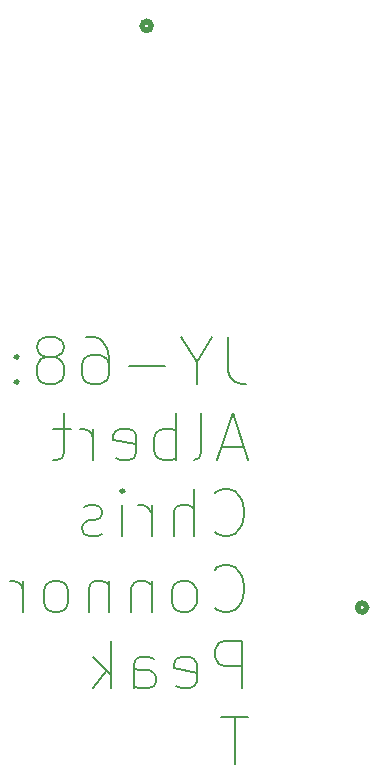
<source format=gbr>
%TF.GenerationSoftware,KiCad,Pcbnew,7.0.10*%
%TF.CreationDate,2024-01-17T14:59:58-08:00*%
%TF.ProjectId,P1.2,50312e32-2e6b-4696-9361-645f70636258,rev?*%
%TF.SameCoordinates,Original*%
%TF.FileFunction,Legend,Bot*%
%TF.FilePolarity,Positive*%
%FSLAX46Y46*%
G04 Gerber Fmt 4.6, Leading zero omitted, Abs format (unit mm)*
G04 Created by KiCad (PCBNEW 7.0.10) date 2024-01-17 14:59:58*
%MOMM*%
%LPD*%
G01*
G04 APERTURE LIST*
%ADD10C,0.150000*%
%ADD11C,0.508000*%
G04 APERTURE END LIST*
D10*
X96612077Y-88270676D02*
X96612077Y-91127819D01*
X96612077Y-91127819D02*
X96802554Y-91699247D01*
X96802554Y-91699247D02*
X97183506Y-92080200D01*
X97183506Y-92080200D02*
X97754935Y-92270676D01*
X97754935Y-92270676D02*
X98135887Y-92270676D01*
X93945411Y-90365914D02*
X93945411Y-92270676D01*
X95278744Y-88270676D02*
X93945411Y-90365914D01*
X93945411Y-90365914D02*
X92612077Y-88270676D01*
X91278745Y-90746866D02*
X88231126Y-90746866D01*
X84612078Y-88270676D02*
X85373983Y-88270676D01*
X85373983Y-88270676D02*
X85754935Y-88461152D01*
X85754935Y-88461152D02*
X85945411Y-88651628D01*
X85945411Y-88651628D02*
X86326364Y-89223057D01*
X86326364Y-89223057D02*
X86516840Y-89984961D01*
X86516840Y-89984961D02*
X86516840Y-91508771D01*
X86516840Y-91508771D02*
X86326364Y-91889723D01*
X86326364Y-91889723D02*
X86135887Y-92080200D01*
X86135887Y-92080200D02*
X85754935Y-92270676D01*
X85754935Y-92270676D02*
X84993030Y-92270676D01*
X84993030Y-92270676D02*
X84612078Y-92080200D01*
X84612078Y-92080200D02*
X84421602Y-91889723D01*
X84421602Y-91889723D02*
X84231125Y-91508771D01*
X84231125Y-91508771D02*
X84231125Y-90556390D01*
X84231125Y-90556390D02*
X84421602Y-90175438D01*
X84421602Y-90175438D02*
X84612078Y-89984961D01*
X84612078Y-89984961D02*
X84993030Y-89794485D01*
X84993030Y-89794485D02*
X85754935Y-89794485D01*
X85754935Y-89794485D02*
X86135887Y-89984961D01*
X86135887Y-89984961D02*
X86326364Y-90175438D01*
X86326364Y-90175438D02*
X86516840Y-90556390D01*
X81945411Y-89984961D02*
X82326363Y-89794485D01*
X82326363Y-89794485D02*
X82516840Y-89604009D01*
X82516840Y-89604009D02*
X82707316Y-89223057D01*
X82707316Y-89223057D02*
X82707316Y-89032580D01*
X82707316Y-89032580D02*
X82516840Y-88651628D01*
X82516840Y-88651628D02*
X82326363Y-88461152D01*
X82326363Y-88461152D02*
X81945411Y-88270676D01*
X81945411Y-88270676D02*
X81183506Y-88270676D01*
X81183506Y-88270676D02*
X80802554Y-88461152D01*
X80802554Y-88461152D02*
X80612078Y-88651628D01*
X80612078Y-88651628D02*
X80421601Y-89032580D01*
X80421601Y-89032580D02*
X80421601Y-89223057D01*
X80421601Y-89223057D02*
X80612078Y-89604009D01*
X80612078Y-89604009D02*
X80802554Y-89794485D01*
X80802554Y-89794485D02*
X81183506Y-89984961D01*
X81183506Y-89984961D02*
X81945411Y-89984961D01*
X81945411Y-89984961D02*
X82326363Y-90175438D01*
X82326363Y-90175438D02*
X82516840Y-90365914D01*
X82516840Y-90365914D02*
X82707316Y-90746866D01*
X82707316Y-90746866D02*
X82707316Y-91508771D01*
X82707316Y-91508771D02*
X82516840Y-91889723D01*
X82516840Y-91889723D02*
X82326363Y-92080200D01*
X82326363Y-92080200D02*
X81945411Y-92270676D01*
X81945411Y-92270676D02*
X81183506Y-92270676D01*
X81183506Y-92270676D02*
X80802554Y-92080200D01*
X80802554Y-92080200D02*
X80612078Y-91889723D01*
X80612078Y-91889723D02*
X80421601Y-91508771D01*
X80421601Y-91508771D02*
X80421601Y-90746866D01*
X80421601Y-90746866D02*
X80612078Y-90365914D01*
X80612078Y-90365914D02*
X80802554Y-90175438D01*
X80802554Y-90175438D02*
X81183506Y-89984961D01*
X78707316Y-91889723D02*
X78516839Y-92080200D01*
X78516839Y-92080200D02*
X78707316Y-92270676D01*
X78707316Y-92270676D02*
X78897792Y-92080200D01*
X78897792Y-92080200D02*
X78707316Y-91889723D01*
X78707316Y-91889723D02*
X78707316Y-92270676D01*
X78707316Y-89794485D02*
X78516839Y-89984961D01*
X78516839Y-89984961D02*
X78707316Y-90175438D01*
X78707316Y-90175438D02*
X78897792Y-89984961D01*
X78897792Y-89984961D02*
X78707316Y-89794485D01*
X78707316Y-89794485D02*
X78707316Y-90175438D01*
X97945411Y-97567819D02*
X96040649Y-97567819D01*
X98326363Y-98710676D02*
X96993030Y-94710676D01*
X96993030Y-94710676D02*
X95659696Y-98710676D01*
X93754935Y-98710676D02*
X94135887Y-98520200D01*
X94135887Y-98520200D02*
X94326364Y-98139247D01*
X94326364Y-98139247D02*
X94326364Y-94710676D01*
X92231126Y-98710676D02*
X92231126Y-94710676D01*
X92231126Y-96234485D02*
X91850173Y-96044009D01*
X91850173Y-96044009D02*
X91088268Y-96044009D01*
X91088268Y-96044009D02*
X90707316Y-96234485D01*
X90707316Y-96234485D02*
X90516840Y-96424961D01*
X90516840Y-96424961D02*
X90326364Y-96805914D01*
X90326364Y-96805914D02*
X90326364Y-97948771D01*
X90326364Y-97948771D02*
X90516840Y-98329723D01*
X90516840Y-98329723D02*
X90707316Y-98520200D01*
X90707316Y-98520200D02*
X91088268Y-98710676D01*
X91088268Y-98710676D02*
X91850173Y-98710676D01*
X91850173Y-98710676D02*
X92231126Y-98520200D01*
X87088268Y-98520200D02*
X87469220Y-98710676D01*
X87469220Y-98710676D02*
X88231125Y-98710676D01*
X88231125Y-98710676D02*
X88612078Y-98520200D01*
X88612078Y-98520200D02*
X88802554Y-98139247D01*
X88802554Y-98139247D02*
X88802554Y-96615438D01*
X88802554Y-96615438D02*
X88612078Y-96234485D01*
X88612078Y-96234485D02*
X88231125Y-96044009D01*
X88231125Y-96044009D02*
X87469220Y-96044009D01*
X87469220Y-96044009D02*
X87088268Y-96234485D01*
X87088268Y-96234485D02*
X86897792Y-96615438D01*
X86897792Y-96615438D02*
X86897792Y-96996390D01*
X86897792Y-96996390D02*
X88802554Y-97377342D01*
X85183507Y-98710676D02*
X85183507Y-96044009D01*
X85183507Y-96805914D02*
X84993030Y-96424961D01*
X84993030Y-96424961D02*
X84802554Y-96234485D01*
X84802554Y-96234485D02*
X84421602Y-96044009D01*
X84421602Y-96044009D02*
X84040649Y-96044009D01*
X83278745Y-96044009D02*
X81754936Y-96044009D01*
X82707317Y-94710676D02*
X82707317Y-98139247D01*
X82707317Y-98139247D02*
X82516840Y-98520200D01*
X82516840Y-98520200D02*
X82135888Y-98710676D01*
X82135888Y-98710676D02*
X81754936Y-98710676D01*
X95469220Y-104769723D02*
X95659696Y-104960200D01*
X95659696Y-104960200D02*
X96231125Y-105150676D01*
X96231125Y-105150676D02*
X96612077Y-105150676D01*
X96612077Y-105150676D02*
X97183506Y-104960200D01*
X97183506Y-104960200D02*
X97564458Y-104579247D01*
X97564458Y-104579247D02*
X97754935Y-104198295D01*
X97754935Y-104198295D02*
X97945411Y-103436390D01*
X97945411Y-103436390D02*
X97945411Y-102864961D01*
X97945411Y-102864961D02*
X97754935Y-102103057D01*
X97754935Y-102103057D02*
X97564458Y-101722104D01*
X97564458Y-101722104D02*
X97183506Y-101341152D01*
X97183506Y-101341152D02*
X96612077Y-101150676D01*
X96612077Y-101150676D02*
X96231125Y-101150676D01*
X96231125Y-101150676D02*
X95659696Y-101341152D01*
X95659696Y-101341152D02*
X95469220Y-101531628D01*
X93754935Y-105150676D02*
X93754935Y-101150676D01*
X92040649Y-105150676D02*
X92040649Y-103055438D01*
X92040649Y-103055438D02*
X92231125Y-102674485D01*
X92231125Y-102674485D02*
X92612077Y-102484009D01*
X92612077Y-102484009D02*
X93183506Y-102484009D01*
X93183506Y-102484009D02*
X93564458Y-102674485D01*
X93564458Y-102674485D02*
X93754935Y-102864961D01*
X90135887Y-105150676D02*
X90135887Y-102484009D01*
X90135887Y-103245914D02*
X89945410Y-102864961D01*
X89945410Y-102864961D02*
X89754934Y-102674485D01*
X89754934Y-102674485D02*
X89373982Y-102484009D01*
X89373982Y-102484009D02*
X88993029Y-102484009D01*
X87659697Y-105150676D02*
X87659697Y-102484009D01*
X87659697Y-101150676D02*
X87850173Y-101341152D01*
X87850173Y-101341152D02*
X87659697Y-101531628D01*
X87659697Y-101531628D02*
X87469220Y-101341152D01*
X87469220Y-101341152D02*
X87659697Y-101150676D01*
X87659697Y-101150676D02*
X87659697Y-101531628D01*
X85945411Y-104960200D02*
X85564458Y-105150676D01*
X85564458Y-105150676D02*
X84802554Y-105150676D01*
X84802554Y-105150676D02*
X84421601Y-104960200D01*
X84421601Y-104960200D02*
X84231125Y-104579247D01*
X84231125Y-104579247D02*
X84231125Y-104388771D01*
X84231125Y-104388771D02*
X84421601Y-104007819D01*
X84421601Y-104007819D02*
X84802554Y-103817342D01*
X84802554Y-103817342D02*
X85373982Y-103817342D01*
X85373982Y-103817342D02*
X85754935Y-103626866D01*
X85754935Y-103626866D02*
X85945411Y-103245914D01*
X85945411Y-103245914D02*
X85945411Y-103055438D01*
X85945411Y-103055438D02*
X85754935Y-102674485D01*
X85754935Y-102674485D02*
X85373982Y-102484009D01*
X85373982Y-102484009D02*
X84802554Y-102484009D01*
X84802554Y-102484009D02*
X84421601Y-102674485D01*
X95469220Y-111209723D02*
X95659696Y-111400200D01*
X95659696Y-111400200D02*
X96231125Y-111590676D01*
X96231125Y-111590676D02*
X96612077Y-111590676D01*
X96612077Y-111590676D02*
X97183506Y-111400200D01*
X97183506Y-111400200D02*
X97564458Y-111019247D01*
X97564458Y-111019247D02*
X97754935Y-110638295D01*
X97754935Y-110638295D02*
X97945411Y-109876390D01*
X97945411Y-109876390D02*
X97945411Y-109304961D01*
X97945411Y-109304961D02*
X97754935Y-108543057D01*
X97754935Y-108543057D02*
X97564458Y-108162104D01*
X97564458Y-108162104D02*
X97183506Y-107781152D01*
X97183506Y-107781152D02*
X96612077Y-107590676D01*
X96612077Y-107590676D02*
X96231125Y-107590676D01*
X96231125Y-107590676D02*
X95659696Y-107781152D01*
X95659696Y-107781152D02*
X95469220Y-107971628D01*
X93183506Y-111590676D02*
X93564458Y-111400200D01*
X93564458Y-111400200D02*
X93754935Y-111209723D01*
X93754935Y-111209723D02*
X93945411Y-110828771D01*
X93945411Y-110828771D02*
X93945411Y-109685914D01*
X93945411Y-109685914D02*
X93754935Y-109304961D01*
X93754935Y-109304961D02*
X93564458Y-109114485D01*
X93564458Y-109114485D02*
X93183506Y-108924009D01*
X93183506Y-108924009D02*
X92612077Y-108924009D01*
X92612077Y-108924009D02*
X92231125Y-109114485D01*
X92231125Y-109114485D02*
X92040649Y-109304961D01*
X92040649Y-109304961D02*
X91850173Y-109685914D01*
X91850173Y-109685914D02*
X91850173Y-110828771D01*
X91850173Y-110828771D02*
X92040649Y-111209723D01*
X92040649Y-111209723D02*
X92231125Y-111400200D01*
X92231125Y-111400200D02*
X92612077Y-111590676D01*
X92612077Y-111590676D02*
X93183506Y-111590676D01*
X90135887Y-108924009D02*
X90135887Y-111590676D01*
X90135887Y-109304961D02*
X89945410Y-109114485D01*
X89945410Y-109114485D02*
X89564458Y-108924009D01*
X89564458Y-108924009D02*
X88993029Y-108924009D01*
X88993029Y-108924009D02*
X88612077Y-109114485D01*
X88612077Y-109114485D02*
X88421601Y-109495438D01*
X88421601Y-109495438D02*
X88421601Y-111590676D01*
X86516839Y-108924009D02*
X86516839Y-111590676D01*
X86516839Y-109304961D02*
X86326362Y-109114485D01*
X86326362Y-109114485D02*
X85945410Y-108924009D01*
X85945410Y-108924009D02*
X85373981Y-108924009D01*
X85373981Y-108924009D02*
X84993029Y-109114485D01*
X84993029Y-109114485D02*
X84802553Y-109495438D01*
X84802553Y-109495438D02*
X84802553Y-111590676D01*
X82326362Y-111590676D02*
X82707314Y-111400200D01*
X82707314Y-111400200D02*
X82897791Y-111209723D01*
X82897791Y-111209723D02*
X83088267Y-110828771D01*
X83088267Y-110828771D02*
X83088267Y-109685914D01*
X83088267Y-109685914D02*
X82897791Y-109304961D01*
X82897791Y-109304961D02*
X82707314Y-109114485D01*
X82707314Y-109114485D02*
X82326362Y-108924009D01*
X82326362Y-108924009D02*
X81754933Y-108924009D01*
X81754933Y-108924009D02*
X81373981Y-109114485D01*
X81373981Y-109114485D02*
X81183505Y-109304961D01*
X81183505Y-109304961D02*
X80993029Y-109685914D01*
X80993029Y-109685914D02*
X80993029Y-110828771D01*
X80993029Y-110828771D02*
X81183505Y-111209723D01*
X81183505Y-111209723D02*
X81373981Y-111400200D01*
X81373981Y-111400200D02*
X81754933Y-111590676D01*
X81754933Y-111590676D02*
X82326362Y-111590676D01*
X79278743Y-111590676D02*
X79278743Y-108924009D01*
X79278743Y-109685914D02*
X79088266Y-109304961D01*
X79088266Y-109304961D02*
X78897790Y-109114485D01*
X78897790Y-109114485D02*
X78516838Y-108924009D01*
X78516838Y-108924009D02*
X78135885Y-108924009D01*
X97754935Y-118030676D02*
X97754935Y-114030676D01*
X97754935Y-114030676D02*
X96231125Y-114030676D01*
X96231125Y-114030676D02*
X95850173Y-114221152D01*
X95850173Y-114221152D02*
X95659696Y-114411628D01*
X95659696Y-114411628D02*
X95469220Y-114792580D01*
X95469220Y-114792580D02*
X95469220Y-115364009D01*
X95469220Y-115364009D02*
X95659696Y-115744961D01*
X95659696Y-115744961D02*
X95850173Y-115935438D01*
X95850173Y-115935438D02*
X96231125Y-116125914D01*
X96231125Y-116125914D02*
X97754935Y-116125914D01*
X92231125Y-117840200D02*
X92612077Y-118030676D01*
X92612077Y-118030676D02*
X93373982Y-118030676D01*
X93373982Y-118030676D02*
X93754935Y-117840200D01*
X93754935Y-117840200D02*
X93945411Y-117459247D01*
X93945411Y-117459247D02*
X93945411Y-115935438D01*
X93945411Y-115935438D02*
X93754935Y-115554485D01*
X93754935Y-115554485D02*
X93373982Y-115364009D01*
X93373982Y-115364009D02*
X92612077Y-115364009D01*
X92612077Y-115364009D02*
X92231125Y-115554485D01*
X92231125Y-115554485D02*
X92040649Y-115935438D01*
X92040649Y-115935438D02*
X92040649Y-116316390D01*
X92040649Y-116316390D02*
X93945411Y-116697342D01*
X88612078Y-118030676D02*
X88612078Y-115935438D01*
X88612078Y-115935438D02*
X88802554Y-115554485D01*
X88802554Y-115554485D02*
X89183506Y-115364009D01*
X89183506Y-115364009D02*
X89945411Y-115364009D01*
X89945411Y-115364009D02*
X90326364Y-115554485D01*
X88612078Y-117840200D02*
X88993030Y-118030676D01*
X88993030Y-118030676D02*
X89945411Y-118030676D01*
X89945411Y-118030676D02*
X90326364Y-117840200D01*
X90326364Y-117840200D02*
X90516840Y-117459247D01*
X90516840Y-117459247D02*
X90516840Y-117078295D01*
X90516840Y-117078295D02*
X90326364Y-116697342D01*
X90326364Y-116697342D02*
X89945411Y-116506866D01*
X89945411Y-116506866D02*
X88993030Y-116506866D01*
X88993030Y-116506866D02*
X88612078Y-116316390D01*
X86707316Y-118030676D02*
X86707316Y-114030676D01*
X86326363Y-116506866D02*
X85183506Y-118030676D01*
X85183506Y-115364009D02*
X86707316Y-116887819D01*
X98326363Y-120470676D02*
X96040649Y-120470676D01*
X97183506Y-124470676D02*
X97183506Y-120470676D01*
D11*
%TO.C,U4*%
X108331000Y-111186600D02*
G75*
G03*
X107569000Y-111186600I-381000J0D01*
G01*
X107569000Y-111186600D02*
G75*
G03*
X108331000Y-111186600I381000J0D01*
G01*
%TO.C,J6*%
X90096944Y-61938000D02*
G75*
G03*
X89334944Y-61938000I-381000J0D01*
G01*
X89334944Y-61938000D02*
G75*
G03*
X90096944Y-61938000I381000J0D01*
G01*
%TD*%
M02*

</source>
